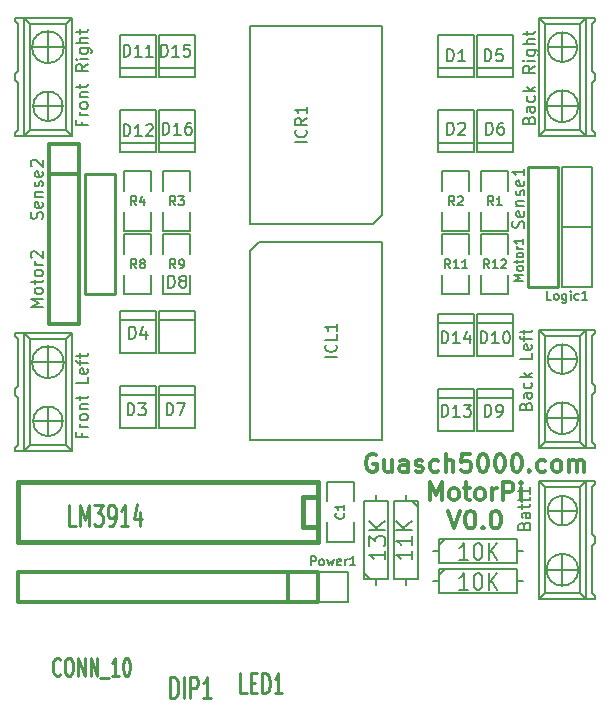
<source format=gto>
G04 (created by PCBNEW (2013-mar-13)-testing) date Thu 06 Mar 2014 12:46:27 CET*
%MOIN*%
G04 Gerber Fmt 3.4, Leading zero omitted, Abs format*
%FSLAX34Y34*%
G01*
G70*
G90*
G04 APERTURE LIST*
%ADD10C,0.005906*%
%ADD11C,0.011811*%
%ADD12C,0.015000*%
%ADD13C,0.005000*%
%ADD14C,0.012000*%
%ADD15C,0.006000*%
%ADD16C,0.008000*%
%ADD17C,0.010000*%
%ADD18C,0.011250*%
%ADD19C,0.010700*%
G04 APERTURE END LIST*
G54D10*
G54D11*
X40181Y-33604D02*
X40125Y-33576D01*
X40041Y-33576D01*
X39956Y-33604D01*
X39900Y-33660D01*
X39872Y-33717D01*
X39844Y-33829D01*
X39844Y-33914D01*
X39872Y-34026D01*
X39900Y-34082D01*
X39956Y-34139D01*
X40041Y-34167D01*
X40097Y-34167D01*
X40181Y-34139D01*
X40209Y-34110D01*
X40209Y-33914D01*
X40097Y-33914D01*
X40715Y-33773D02*
X40715Y-34167D01*
X40462Y-33773D02*
X40462Y-34082D01*
X40491Y-34139D01*
X40547Y-34167D01*
X40631Y-34167D01*
X40687Y-34139D01*
X40715Y-34110D01*
X41250Y-34167D02*
X41250Y-33857D01*
X41222Y-33801D01*
X41165Y-33773D01*
X41053Y-33773D01*
X40997Y-33801D01*
X41250Y-34139D02*
X41194Y-34167D01*
X41053Y-34167D01*
X40997Y-34139D01*
X40969Y-34082D01*
X40969Y-34026D01*
X40997Y-33970D01*
X41053Y-33942D01*
X41194Y-33942D01*
X41250Y-33914D01*
X41503Y-34139D02*
X41559Y-34167D01*
X41672Y-34167D01*
X41728Y-34139D01*
X41756Y-34082D01*
X41756Y-34054D01*
X41728Y-33998D01*
X41672Y-33970D01*
X41587Y-33970D01*
X41531Y-33942D01*
X41503Y-33885D01*
X41503Y-33857D01*
X41531Y-33801D01*
X41587Y-33773D01*
X41672Y-33773D01*
X41728Y-33801D01*
X42262Y-34139D02*
X42206Y-34167D01*
X42093Y-34167D01*
X42037Y-34139D01*
X42009Y-34110D01*
X41981Y-34054D01*
X41981Y-33885D01*
X42009Y-33829D01*
X42037Y-33801D01*
X42093Y-33773D01*
X42206Y-33773D01*
X42262Y-33801D01*
X42515Y-34167D02*
X42515Y-33576D01*
X42768Y-34167D02*
X42768Y-33857D01*
X42740Y-33801D01*
X42684Y-33773D01*
X42600Y-33773D01*
X42543Y-33801D01*
X42515Y-33829D01*
X43331Y-33576D02*
X43050Y-33576D01*
X43021Y-33857D01*
X43050Y-33829D01*
X43106Y-33801D01*
X43246Y-33801D01*
X43303Y-33829D01*
X43331Y-33857D01*
X43359Y-33914D01*
X43359Y-34054D01*
X43331Y-34110D01*
X43303Y-34139D01*
X43246Y-34167D01*
X43106Y-34167D01*
X43050Y-34139D01*
X43021Y-34110D01*
X43724Y-33576D02*
X43781Y-33576D01*
X43837Y-33604D01*
X43865Y-33632D01*
X43893Y-33689D01*
X43921Y-33801D01*
X43921Y-33942D01*
X43893Y-34054D01*
X43865Y-34110D01*
X43837Y-34139D01*
X43781Y-34167D01*
X43724Y-34167D01*
X43668Y-34139D01*
X43640Y-34110D01*
X43612Y-34054D01*
X43584Y-33942D01*
X43584Y-33801D01*
X43612Y-33689D01*
X43640Y-33632D01*
X43668Y-33604D01*
X43724Y-33576D01*
X44287Y-33576D02*
X44343Y-33576D01*
X44399Y-33604D01*
X44428Y-33632D01*
X44456Y-33689D01*
X44484Y-33801D01*
X44484Y-33942D01*
X44456Y-34054D01*
X44428Y-34110D01*
X44399Y-34139D01*
X44343Y-34167D01*
X44287Y-34167D01*
X44231Y-34139D01*
X44203Y-34110D01*
X44174Y-34054D01*
X44146Y-33942D01*
X44146Y-33801D01*
X44174Y-33689D01*
X44203Y-33632D01*
X44231Y-33604D01*
X44287Y-33576D01*
X44849Y-33576D02*
X44906Y-33576D01*
X44962Y-33604D01*
X44990Y-33632D01*
X45018Y-33689D01*
X45046Y-33801D01*
X45046Y-33942D01*
X45018Y-34054D01*
X44990Y-34110D01*
X44962Y-34139D01*
X44906Y-34167D01*
X44849Y-34167D01*
X44793Y-34139D01*
X44765Y-34110D01*
X44737Y-34054D01*
X44709Y-33942D01*
X44709Y-33801D01*
X44737Y-33689D01*
X44765Y-33632D01*
X44793Y-33604D01*
X44849Y-33576D01*
X45299Y-34110D02*
X45327Y-34139D01*
X45299Y-34167D01*
X45271Y-34139D01*
X45299Y-34110D01*
X45299Y-34167D01*
X45834Y-34139D02*
X45777Y-34167D01*
X45665Y-34167D01*
X45609Y-34139D01*
X45580Y-34110D01*
X45552Y-34054D01*
X45552Y-33885D01*
X45580Y-33829D01*
X45609Y-33801D01*
X45665Y-33773D01*
X45777Y-33773D01*
X45834Y-33801D01*
X46171Y-34167D02*
X46115Y-34139D01*
X46087Y-34110D01*
X46059Y-34054D01*
X46059Y-33885D01*
X46087Y-33829D01*
X46115Y-33801D01*
X46171Y-33773D01*
X46255Y-33773D01*
X46312Y-33801D01*
X46340Y-33829D01*
X46368Y-33885D01*
X46368Y-34054D01*
X46340Y-34110D01*
X46312Y-34139D01*
X46255Y-34167D01*
X46171Y-34167D01*
X46621Y-34167D02*
X46621Y-33773D01*
X46621Y-33829D02*
X46649Y-33801D01*
X46705Y-33773D01*
X46790Y-33773D01*
X46846Y-33801D01*
X46874Y-33857D01*
X46874Y-34167D01*
X46874Y-33857D02*
X46902Y-33801D01*
X46958Y-33773D01*
X47043Y-33773D01*
X47099Y-33801D01*
X47127Y-33857D01*
X47127Y-34167D01*
X41981Y-35112D02*
X41981Y-34521D01*
X42178Y-34943D01*
X42375Y-34521D01*
X42375Y-35112D01*
X42740Y-35112D02*
X42684Y-35083D01*
X42656Y-35055D01*
X42628Y-34999D01*
X42628Y-34830D01*
X42656Y-34774D01*
X42684Y-34746D01*
X42740Y-34718D01*
X42825Y-34718D01*
X42881Y-34746D01*
X42909Y-34774D01*
X42937Y-34830D01*
X42937Y-34999D01*
X42909Y-35055D01*
X42881Y-35083D01*
X42825Y-35112D01*
X42740Y-35112D01*
X43106Y-34718D02*
X43331Y-34718D01*
X43190Y-34521D02*
X43190Y-35027D01*
X43218Y-35083D01*
X43275Y-35112D01*
X43331Y-35112D01*
X43612Y-35112D02*
X43556Y-35083D01*
X43528Y-35055D01*
X43500Y-34999D01*
X43500Y-34830D01*
X43528Y-34774D01*
X43556Y-34746D01*
X43612Y-34718D01*
X43696Y-34718D01*
X43753Y-34746D01*
X43781Y-34774D01*
X43809Y-34830D01*
X43809Y-34999D01*
X43781Y-35055D01*
X43753Y-35083D01*
X43696Y-35112D01*
X43612Y-35112D01*
X44062Y-35112D02*
X44062Y-34718D01*
X44062Y-34830D02*
X44090Y-34774D01*
X44118Y-34746D01*
X44174Y-34718D01*
X44231Y-34718D01*
X44428Y-35112D02*
X44428Y-34521D01*
X44652Y-34521D01*
X44709Y-34549D01*
X44737Y-34577D01*
X44765Y-34633D01*
X44765Y-34718D01*
X44737Y-34774D01*
X44709Y-34802D01*
X44652Y-34830D01*
X44428Y-34830D01*
X45018Y-35112D02*
X45018Y-34718D01*
X45018Y-34521D02*
X44990Y-34549D01*
X45018Y-34577D01*
X45046Y-34549D01*
X45018Y-34521D01*
X45018Y-34577D01*
X42600Y-35466D02*
X42796Y-36056D01*
X42993Y-35466D01*
X43303Y-35466D02*
X43359Y-35466D01*
X43415Y-35494D01*
X43443Y-35522D01*
X43471Y-35578D01*
X43500Y-35691D01*
X43500Y-35831D01*
X43471Y-35944D01*
X43443Y-36000D01*
X43415Y-36028D01*
X43359Y-36056D01*
X43303Y-36056D01*
X43246Y-36028D01*
X43218Y-36000D01*
X43190Y-35944D01*
X43162Y-35831D01*
X43162Y-35691D01*
X43190Y-35578D01*
X43218Y-35522D01*
X43246Y-35494D01*
X43303Y-35466D01*
X43753Y-36000D02*
X43781Y-36028D01*
X43753Y-36056D01*
X43724Y-36028D01*
X43753Y-36000D01*
X43753Y-36056D01*
X44146Y-35466D02*
X44203Y-35466D01*
X44259Y-35494D01*
X44287Y-35522D01*
X44315Y-35578D01*
X44343Y-35691D01*
X44343Y-35831D01*
X44315Y-35944D01*
X44287Y-36000D01*
X44259Y-36028D01*
X44203Y-36056D01*
X44146Y-36056D01*
X44090Y-36028D01*
X44062Y-36000D01*
X44034Y-35944D01*
X44006Y-35831D01*
X44006Y-35691D01*
X44034Y-35578D01*
X44062Y-35522D01*
X44090Y-35494D01*
X44146Y-35466D01*
G54D10*
X42250Y-20700D02*
X43450Y-20700D01*
X42250Y-21000D02*
X42250Y-19600D01*
X42250Y-19600D02*
X43450Y-19600D01*
X43450Y-19600D02*
X43450Y-21000D01*
X43450Y-21000D02*
X42250Y-21000D01*
X42250Y-23200D02*
X43450Y-23200D01*
X42250Y-23500D02*
X42250Y-22100D01*
X42250Y-22100D02*
X43450Y-22100D01*
X43450Y-22100D02*
X43450Y-23500D01*
X43450Y-23500D02*
X42250Y-23500D01*
X32850Y-31600D02*
X31650Y-31600D01*
X32850Y-31300D02*
X32850Y-32700D01*
X32850Y-32700D02*
X31650Y-32700D01*
X31650Y-32700D02*
X31650Y-31300D01*
X31650Y-31300D02*
X32850Y-31300D01*
X32850Y-29100D02*
X31650Y-29100D01*
X32850Y-28800D02*
X32850Y-30200D01*
X32850Y-30200D02*
X31650Y-30200D01*
X31650Y-30200D02*
X31650Y-28800D01*
X31650Y-28800D02*
X32850Y-28800D01*
X43550Y-20700D02*
X44750Y-20700D01*
X43550Y-21000D02*
X43550Y-19600D01*
X43550Y-19600D02*
X44750Y-19600D01*
X44750Y-19600D02*
X44750Y-21000D01*
X44750Y-21000D02*
X43550Y-21000D01*
X43550Y-23200D02*
X44750Y-23200D01*
X43550Y-23500D02*
X43550Y-22100D01*
X43550Y-22100D02*
X44750Y-22100D01*
X44750Y-22100D02*
X44750Y-23500D01*
X44750Y-23500D02*
X43550Y-23500D01*
X34150Y-31600D02*
X32950Y-31600D01*
X34150Y-31300D02*
X34150Y-32700D01*
X34150Y-32700D02*
X32950Y-32700D01*
X32950Y-32700D02*
X32950Y-31300D01*
X32950Y-31300D02*
X34150Y-31300D01*
X34150Y-29100D02*
X32950Y-29100D01*
X34150Y-28800D02*
X34150Y-30200D01*
X34150Y-30200D02*
X32950Y-30200D01*
X32950Y-30200D02*
X32950Y-28800D01*
X32950Y-28800D02*
X34150Y-28800D01*
X44750Y-31700D02*
X43550Y-31700D01*
X44750Y-31400D02*
X44750Y-32800D01*
X44750Y-32800D02*
X43550Y-32800D01*
X43550Y-32800D02*
X43550Y-31400D01*
X43550Y-31400D02*
X44750Y-31400D01*
X44750Y-29200D02*
X43550Y-29200D01*
X44750Y-28900D02*
X44750Y-30300D01*
X44750Y-30300D02*
X43550Y-30300D01*
X43550Y-30300D02*
X43550Y-28900D01*
X43550Y-28900D02*
X44750Y-28900D01*
X31650Y-20700D02*
X32850Y-20700D01*
X31650Y-21000D02*
X31650Y-19600D01*
X31650Y-19600D02*
X32850Y-19600D01*
X32850Y-19600D02*
X32850Y-21000D01*
X32850Y-21000D02*
X31650Y-21000D01*
X31650Y-23200D02*
X32850Y-23200D01*
X31650Y-23500D02*
X31650Y-22100D01*
X31650Y-22100D02*
X32850Y-22100D01*
X32850Y-22100D02*
X32850Y-23500D01*
X32850Y-23500D02*
X31650Y-23500D01*
X43450Y-31700D02*
X42250Y-31700D01*
X43450Y-31400D02*
X43450Y-32800D01*
X43450Y-32800D02*
X42250Y-32800D01*
X42250Y-32800D02*
X42250Y-31400D01*
X42250Y-31400D02*
X43450Y-31400D01*
X43450Y-29200D02*
X42250Y-29200D01*
X43450Y-28900D02*
X43450Y-30300D01*
X43450Y-30300D02*
X42250Y-30300D01*
X42250Y-30300D02*
X42250Y-28900D01*
X42250Y-28900D02*
X43450Y-28900D01*
X32950Y-20700D02*
X34150Y-20700D01*
X32950Y-21000D02*
X32950Y-19600D01*
X32950Y-19600D02*
X34150Y-19600D01*
X34150Y-19600D02*
X34150Y-21000D01*
X34150Y-21000D02*
X32950Y-21000D01*
X32950Y-23200D02*
X34150Y-23200D01*
X32950Y-23500D02*
X32950Y-22100D01*
X32950Y-22100D02*
X34150Y-22100D01*
X34150Y-22100D02*
X34150Y-23500D01*
X34150Y-23500D02*
X32950Y-23500D01*
G54D12*
X38250Y-36000D02*
X37750Y-36000D01*
X37750Y-36000D02*
X37750Y-35000D01*
X37750Y-35000D02*
X38250Y-35000D01*
X38250Y-36500D02*
X28250Y-36500D01*
X28250Y-36500D02*
X28250Y-34500D01*
X28250Y-34500D02*
X38250Y-34500D01*
X38250Y-34500D02*
X38250Y-36500D01*
G54D10*
X40400Y-26500D02*
X40400Y-33100D01*
X40400Y-33100D02*
X36000Y-33100D01*
X36000Y-33100D02*
X36000Y-26800D01*
X36000Y-26800D02*
X36300Y-26500D01*
X36300Y-26500D02*
X40400Y-26500D01*
X36000Y-25900D02*
X36000Y-19300D01*
X36000Y-19300D02*
X40400Y-19300D01*
X40400Y-19300D02*
X40400Y-25600D01*
X40400Y-25600D02*
X40100Y-25900D01*
X40100Y-25900D02*
X36000Y-25900D01*
G54D13*
X43300Y-24150D02*
X42400Y-24150D01*
X42400Y-24150D02*
X42400Y-24800D01*
X43300Y-25500D02*
X43300Y-26150D01*
X43300Y-26150D02*
X42400Y-26150D01*
X42400Y-26150D02*
X42400Y-25500D01*
X43300Y-24800D02*
X43300Y-24150D01*
G54D14*
X38250Y-37500D02*
X38250Y-38500D01*
X38250Y-38500D02*
X28250Y-38500D01*
X28250Y-38500D02*
X28250Y-37500D01*
X28250Y-37500D02*
X38250Y-37500D01*
X37250Y-37500D02*
X37250Y-38500D01*
G54D15*
X47400Y-28000D02*
X46400Y-28000D01*
X46400Y-28000D02*
X46400Y-26000D01*
X46400Y-26000D02*
X47400Y-26000D01*
X47400Y-26000D02*
X47400Y-28000D01*
G54D13*
X34000Y-24150D02*
X33100Y-24150D01*
X33100Y-24150D02*
X33100Y-24800D01*
X34000Y-25500D02*
X34000Y-26150D01*
X34000Y-26150D02*
X33100Y-26150D01*
X33100Y-26150D02*
X33100Y-25500D01*
X34000Y-24800D02*
X34000Y-24150D01*
X33100Y-28250D02*
X34000Y-28250D01*
X34000Y-28250D02*
X34000Y-27600D01*
X33100Y-26900D02*
X33100Y-26250D01*
X33100Y-26250D02*
X34000Y-26250D01*
X34000Y-26250D02*
X34000Y-26900D01*
X33100Y-27600D02*
X33100Y-28250D01*
X42400Y-28250D02*
X43300Y-28250D01*
X43300Y-28250D02*
X43300Y-27600D01*
X42400Y-26900D02*
X42400Y-26250D01*
X42400Y-26250D02*
X43300Y-26250D01*
X43300Y-26250D02*
X43300Y-26900D01*
X42400Y-27600D02*
X42400Y-28250D01*
X43700Y-26150D02*
X44600Y-26150D01*
X44600Y-26150D02*
X44600Y-25500D01*
X43700Y-24800D02*
X43700Y-24150D01*
X43700Y-24150D02*
X44600Y-24150D01*
X44600Y-24150D02*
X44600Y-24800D01*
X43700Y-25500D02*
X43700Y-26150D01*
X31800Y-26150D02*
X32700Y-26150D01*
X32700Y-26150D02*
X32700Y-25500D01*
X31800Y-24800D02*
X31800Y-24150D01*
X31800Y-24150D02*
X32700Y-24150D01*
X32700Y-24150D02*
X32700Y-24800D01*
X31800Y-25500D02*
X31800Y-26150D01*
X44600Y-26250D02*
X43700Y-26250D01*
X43700Y-26250D02*
X43700Y-26900D01*
X44600Y-27600D02*
X44600Y-28250D01*
X44600Y-28250D02*
X43700Y-28250D01*
X43700Y-28250D02*
X43700Y-27600D01*
X44600Y-26900D02*
X44600Y-26250D01*
G54D16*
X42100Y-37800D02*
X42300Y-37800D01*
X45100Y-37800D02*
X44900Y-37800D01*
X44900Y-37800D02*
X44900Y-37400D01*
X44900Y-37400D02*
X42300Y-37400D01*
X42300Y-37400D02*
X42300Y-38200D01*
X42300Y-38200D02*
X44900Y-38200D01*
X44900Y-38200D02*
X44900Y-37800D01*
X42300Y-37600D02*
X42500Y-37400D01*
X42100Y-36800D02*
X42300Y-36800D01*
X45100Y-36800D02*
X44900Y-36800D01*
X44900Y-36800D02*
X44900Y-36400D01*
X44900Y-36400D02*
X42300Y-36400D01*
X42300Y-36400D02*
X42300Y-37200D01*
X42300Y-37200D02*
X44900Y-37200D01*
X44900Y-37200D02*
X44900Y-36800D01*
X42300Y-36600D02*
X42500Y-36400D01*
X41200Y-34950D02*
X41200Y-35150D01*
X41200Y-37950D02*
X41200Y-37750D01*
X41200Y-37750D02*
X41600Y-37750D01*
X41600Y-37750D02*
X41600Y-35150D01*
X41600Y-35150D02*
X40800Y-35150D01*
X40800Y-35150D02*
X40800Y-37750D01*
X40800Y-37750D02*
X41200Y-37750D01*
X41400Y-35150D02*
X41600Y-35350D01*
G54D13*
X32700Y-26250D02*
X31800Y-26250D01*
X31800Y-26250D02*
X31800Y-26900D01*
X32700Y-27600D02*
X32700Y-28250D01*
X32700Y-28250D02*
X31800Y-28250D01*
X31800Y-28250D02*
X31800Y-27600D01*
X32700Y-26900D02*
X32700Y-26250D01*
G54D16*
X40200Y-37950D02*
X40200Y-37750D01*
X40200Y-34950D02*
X40200Y-35150D01*
X40200Y-35150D02*
X39800Y-35150D01*
X39800Y-35150D02*
X39800Y-37750D01*
X39800Y-37750D02*
X40600Y-37750D01*
X40600Y-37750D02*
X40600Y-35150D01*
X40600Y-35150D02*
X40200Y-35150D01*
X40000Y-37750D02*
X39800Y-37550D01*
G54D10*
X29250Y-31007D02*
X29250Y-30023D01*
X29742Y-30515D02*
X28757Y-30515D01*
X29742Y-32484D02*
X28757Y-32484D01*
X29250Y-31992D02*
X29250Y-32976D01*
X29780Y-30515D02*
G75*
G03X29780Y-30515I-530J0D01*
G74*
G01*
X29742Y-32484D02*
G75*
G03X29742Y-32484I-492J0D01*
G74*
G01*
X28462Y-29531D02*
X28167Y-29531D01*
X28167Y-29531D02*
X28167Y-29629D01*
X28167Y-29629D02*
X28265Y-29728D01*
X28265Y-29728D02*
X28265Y-31303D01*
X28265Y-31303D02*
X28167Y-31401D01*
X28167Y-31401D02*
X28167Y-31598D01*
X28167Y-31598D02*
X28265Y-31696D01*
X28265Y-31696D02*
X28265Y-33271D01*
X28265Y-33271D02*
X28167Y-33370D01*
X28167Y-33370D02*
X28167Y-33468D01*
X28167Y-33468D02*
X28462Y-33468D01*
X28462Y-33468D02*
X28659Y-33271D01*
X28659Y-33271D02*
X29840Y-33271D01*
X29840Y-33271D02*
X30037Y-33468D01*
X30037Y-33468D02*
X29840Y-33271D01*
X29840Y-33271D02*
X29840Y-29728D01*
X29840Y-29728D02*
X30037Y-29531D01*
X30037Y-29531D02*
X29840Y-29728D01*
X29840Y-29728D02*
X28659Y-29728D01*
X28659Y-29728D02*
X28462Y-29531D01*
X28462Y-29531D02*
X28659Y-29728D01*
X28659Y-29728D02*
X28659Y-33271D01*
X30037Y-29531D02*
X30037Y-33468D01*
X30037Y-33468D02*
X28462Y-33468D01*
X28462Y-33468D02*
X28462Y-29531D01*
X28462Y-29531D02*
X30037Y-29531D01*
X46400Y-31892D02*
X46400Y-32876D01*
X45907Y-32384D02*
X46892Y-32384D01*
X45907Y-30415D02*
X46892Y-30415D01*
X46400Y-30907D02*
X46400Y-29923D01*
X46930Y-32384D02*
G75*
G03X46930Y-32384I-530J0D01*
G74*
G01*
X46892Y-30415D02*
G75*
G03X46892Y-30415I-492J0D01*
G74*
G01*
X47187Y-33368D02*
X47482Y-33368D01*
X47482Y-33368D02*
X47482Y-33270D01*
X47482Y-33270D02*
X47384Y-33171D01*
X47384Y-33171D02*
X47384Y-31596D01*
X47384Y-31596D02*
X47482Y-31498D01*
X47482Y-31498D02*
X47482Y-31301D01*
X47482Y-31301D02*
X47384Y-31203D01*
X47384Y-31203D02*
X47384Y-29628D01*
X47384Y-29628D02*
X47482Y-29529D01*
X47482Y-29529D02*
X47482Y-29431D01*
X47482Y-29431D02*
X47187Y-29431D01*
X47187Y-29431D02*
X46990Y-29628D01*
X46990Y-29628D02*
X45809Y-29628D01*
X45809Y-29628D02*
X45612Y-29431D01*
X45612Y-29431D02*
X45809Y-29628D01*
X45809Y-29628D02*
X45809Y-33171D01*
X45809Y-33171D02*
X45612Y-33368D01*
X45612Y-33368D02*
X45809Y-33171D01*
X45809Y-33171D02*
X46990Y-33171D01*
X46990Y-33171D02*
X47187Y-33368D01*
X47187Y-33368D02*
X46990Y-33171D01*
X46990Y-33171D02*
X46990Y-29628D01*
X45612Y-33368D02*
X45612Y-29431D01*
X45612Y-29431D02*
X47187Y-29431D01*
X47187Y-29431D02*
X47187Y-33368D01*
X47187Y-33368D02*
X45612Y-33368D01*
X46400Y-21492D02*
X46400Y-22476D01*
X45907Y-21984D02*
X46892Y-21984D01*
X45907Y-20015D02*
X46892Y-20015D01*
X46400Y-20507D02*
X46400Y-19523D01*
X46930Y-21984D02*
G75*
G03X46930Y-21984I-530J0D01*
G74*
G01*
X46892Y-20015D02*
G75*
G03X46892Y-20015I-492J0D01*
G74*
G01*
X47187Y-22968D02*
X47482Y-22968D01*
X47482Y-22968D02*
X47482Y-22870D01*
X47482Y-22870D02*
X47384Y-22771D01*
X47384Y-22771D02*
X47384Y-21196D01*
X47384Y-21196D02*
X47482Y-21098D01*
X47482Y-21098D02*
X47482Y-20901D01*
X47482Y-20901D02*
X47384Y-20803D01*
X47384Y-20803D02*
X47384Y-19228D01*
X47384Y-19228D02*
X47482Y-19129D01*
X47482Y-19129D02*
X47482Y-19031D01*
X47482Y-19031D02*
X47187Y-19031D01*
X47187Y-19031D02*
X46990Y-19228D01*
X46990Y-19228D02*
X45809Y-19228D01*
X45809Y-19228D02*
X45612Y-19031D01*
X45612Y-19031D02*
X45809Y-19228D01*
X45809Y-19228D02*
X45809Y-22771D01*
X45809Y-22771D02*
X45612Y-22968D01*
X45612Y-22968D02*
X45809Y-22771D01*
X45809Y-22771D02*
X46990Y-22771D01*
X46990Y-22771D02*
X47187Y-22968D01*
X47187Y-22968D02*
X46990Y-22771D01*
X46990Y-22771D02*
X46990Y-19228D01*
X45612Y-22968D02*
X45612Y-19031D01*
X45612Y-19031D02*
X47187Y-19031D01*
X47187Y-19031D02*
X47187Y-22968D01*
X47187Y-22968D02*
X45612Y-22968D01*
X29250Y-20507D02*
X29250Y-19523D01*
X29742Y-20015D02*
X28757Y-20015D01*
X29742Y-21984D02*
X28757Y-21984D01*
X29250Y-21492D02*
X29250Y-22476D01*
X29780Y-20015D02*
G75*
G03X29780Y-20015I-530J0D01*
G74*
G01*
X29742Y-21984D02*
G75*
G03X29742Y-21984I-492J0D01*
G74*
G01*
X28462Y-19031D02*
X28167Y-19031D01*
X28167Y-19031D02*
X28167Y-19129D01*
X28167Y-19129D02*
X28265Y-19228D01*
X28265Y-19228D02*
X28265Y-20803D01*
X28265Y-20803D02*
X28167Y-20901D01*
X28167Y-20901D02*
X28167Y-21098D01*
X28167Y-21098D02*
X28265Y-21196D01*
X28265Y-21196D02*
X28265Y-22771D01*
X28265Y-22771D02*
X28167Y-22870D01*
X28167Y-22870D02*
X28167Y-22968D01*
X28167Y-22968D02*
X28462Y-22968D01*
X28462Y-22968D02*
X28659Y-22771D01*
X28659Y-22771D02*
X29840Y-22771D01*
X29840Y-22771D02*
X30037Y-22968D01*
X30037Y-22968D02*
X29840Y-22771D01*
X29840Y-22771D02*
X29840Y-19228D01*
X29840Y-19228D02*
X30037Y-19031D01*
X30037Y-19031D02*
X29840Y-19228D01*
X29840Y-19228D02*
X28659Y-19228D01*
X28659Y-19228D02*
X28462Y-19031D01*
X28462Y-19031D02*
X28659Y-19228D01*
X28659Y-19228D02*
X28659Y-22771D01*
X30037Y-19031D02*
X30037Y-22968D01*
X30037Y-22968D02*
X28462Y-22968D01*
X28462Y-22968D02*
X28462Y-19031D01*
X28462Y-19031D02*
X30037Y-19031D01*
G54D15*
X46400Y-24000D02*
X47400Y-24000D01*
X47400Y-24000D02*
X47400Y-26000D01*
X47400Y-26000D02*
X46400Y-26000D01*
X46400Y-26000D02*
X46400Y-24000D01*
G54D14*
X29300Y-23250D02*
X30300Y-23250D01*
X30300Y-23250D02*
X30300Y-29250D01*
X30300Y-29250D02*
X29300Y-29250D01*
X29300Y-29250D02*
X29300Y-23250D01*
X29300Y-24250D02*
X30300Y-24250D01*
G54D17*
X45250Y-28000D02*
X45250Y-24000D01*
X46250Y-28000D02*
X46250Y-24000D01*
X46250Y-24000D02*
X45250Y-24000D01*
X45250Y-28000D02*
X46250Y-28000D01*
X31500Y-24250D02*
X31500Y-28250D01*
X30500Y-24250D02*
X30500Y-28250D01*
X30500Y-28250D02*
X31500Y-28250D01*
X31500Y-24250D02*
X30500Y-24250D01*
G54D13*
X39450Y-34500D02*
X38550Y-34500D01*
X38550Y-34500D02*
X38550Y-35150D01*
X39450Y-35850D02*
X39450Y-36500D01*
X39450Y-36500D02*
X38550Y-36500D01*
X38550Y-36500D02*
X38550Y-35850D01*
X39450Y-35150D02*
X39450Y-34500D01*
G54D10*
X46400Y-36942D02*
X46400Y-37926D01*
X45907Y-37434D02*
X46892Y-37434D01*
X45907Y-35465D02*
X46892Y-35465D01*
X46400Y-35957D02*
X46400Y-34973D01*
X46930Y-37434D02*
G75*
G03X46930Y-37434I-530J0D01*
G74*
G01*
X46892Y-35465D02*
G75*
G03X46892Y-35465I-492J0D01*
G74*
G01*
X47187Y-38418D02*
X47482Y-38418D01*
X47482Y-38418D02*
X47482Y-38320D01*
X47482Y-38320D02*
X47384Y-38221D01*
X47384Y-38221D02*
X47384Y-36646D01*
X47384Y-36646D02*
X47482Y-36548D01*
X47482Y-36548D02*
X47482Y-36351D01*
X47482Y-36351D02*
X47384Y-36253D01*
X47384Y-36253D02*
X47384Y-34678D01*
X47384Y-34678D02*
X47482Y-34579D01*
X47482Y-34579D02*
X47482Y-34481D01*
X47482Y-34481D02*
X47187Y-34481D01*
X47187Y-34481D02*
X46990Y-34678D01*
X46990Y-34678D02*
X45809Y-34678D01*
X45809Y-34678D02*
X45612Y-34481D01*
X45612Y-34481D02*
X45809Y-34678D01*
X45809Y-34678D02*
X45809Y-38221D01*
X45809Y-38221D02*
X45612Y-38418D01*
X45612Y-38418D02*
X45809Y-38221D01*
X45809Y-38221D02*
X46990Y-38221D01*
X46990Y-38221D02*
X47187Y-38418D01*
X47187Y-38418D02*
X46990Y-38221D01*
X46990Y-38221D02*
X46990Y-34678D01*
X45612Y-38418D02*
X45612Y-34481D01*
X45612Y-34481D02*
X47187Y-34481D01*
X47187Y-34481D02*
X47187Y-38418D01*
X47187Y-38418D02*
X45612Y-38418D01*
G54D15*
X39250Y-38500D02*
X38250Y-38500D01*
X38250Y-37500D02*
X39250Y-37500D01*
X38250Y-38500D02*
X38250Y-37500D01*
X39250Y-37500D02*
X39250Y-38500D01*
G54D10*
X42559Y-20478D02*
X42559Y-20084D01*
X42653Y-20084D01*
X42709Y-20103D01*
X42746Y-20140D01*
X42765Y-20178D01*
X42784Y-20253D01*
X42784Y-20309D01*
X42765Y-20384D01*
X42746Y-20421D01*
X42709Y-20459D01*
X42653Y-20478D01*
X42559Y-20478D01*
X43159Y-20478D02*
X42934Y-20478D01*
X43046Y-20478D02*
X43046Y-20084D01*
X43009Y-20140D01*
X42971Y-20178D01*
X42934Y-20196D01*
X42559Y-22928D02*
X42559Y-22534D01*
X42653Y-22534D01*
X42709Y-22553D01*
X42746Y-22590D01*
X42765Y-22628D01*
X42784Y-22703D01*
X42784Y-22759D01*
X42765Y-22834D01*
X42746Y-22871D01*
X42709Y-22909D01*
X42653Y-22928D01*
X42559Y-22928D01*
X42934Y-22571D02*
X42953Y-22553D01*
X42990Y-22534D01*
X43084Y-22534D01*
X43121Y-22553D01*
X43140Y-22571D01*
X43159Y-22609D01*
X43159Y-22646D01*
X43140Y-22703D01*
X42915Y-22928D01*
X43159Y-22928D01*
X31909Y-32278D02*
X31909Y-31884D01*
X32003Y-31884D01*
X32059Y-31903D01*
X32096Y-31940D01*
X32115Y-31978D01*
X32134Y-32053D01*
X32134Y-32109D01*
X32115Y-32184D01*
X32096Y-32221D01*
X32059Y-32259D01*
X32003Y-32278D01*
X31909Y-32278D01*
X32265Y-31884D02*
X32509Y-31884D01*
X32378Y-32034D01*
X32434Y-32034D01*
X32471Y-32053D01*
X32490Y-32071D01*
X32509Y-32109D01*
X32509Y-32203D01*
X32490Y-32240D01*
X32471Y-32259D01*
X32434Y-32278D01*
X32321Y-32278D01*
X32284Y-32259D01*
X32265Y-32240D01*
X31959Y-29728D02*
X31959Y-29334D01*
X32053Y-29334D01*
X32109Y-29353D01*
X32146Y-29390D01*
X32165Y-29428D01*
X32184Y-29503D01*
X32184Y-29559D01*
X32165Y-29634D01*
X32146Y-29671D01*
X32109Y-29709D01*
X32053Y-29728D01*
X31959Y-29728D01*
X32521Y-29465D02*
X32521Y-29728D01*
X32428Y-29315D02*
X32334Y-29596D01*
X32578Y-29596D01*
X43809Y-20478D02*
X43809Y-20084D01*
X43903Y-20084D01*
X43959Y-20103D01*
X43996Y-20140D01*
X44015Y-20178D01*
X44034Y-20253D01*
X44034Y-20309D01*
X44015Y-20384D01*
X43996Y-20421D01*
X43959Y-20459D01*
X43903Y-20478D01*
X43809Y-20478D01*
X44390Y-20084D02*
X44203Y-20084D01*
X44184Y-20271D01*
X44203Y-20253D01*
X44240Y-20234D01*
X44334Y-20234D01*
X44371Y-20253D01*
X44390Y-20271D01*
X44409Y-20309D01*
X44409Y-20403D01*
X44390Y-20440D01*
X44371Y-20459D01*
X44334Y-20478D01*
X44240Y-20478D01*
X44203Y-20459D01*
X44184Y-20440D01*
X43859Y-22928D02*
X43859Y-22534D01*
X43953Y-22534D01*
X44009Y-22553D01*
X44046Y-22590D01*
X44065Y-22628D01*
X44084Y-22703D01*
X44084Y-22759D01*
X44065Y-22834D01*
X44046Y-22871D01*
X44009Y-22909D01*
X43953Y-22928D01*
X43859Y-22928D01*
X44421Y-22534D02*
X44346Y-22534D01*
X44309Y-22553D01*
X44290Y-22571D01*
X44253Y-22628D01*
X44234Y-22703D01*
X44234Y-22853D01*
X44253Y-22890D01*
X44271Y-22909D01*
X44309Y-22928D01*
X44384Y-22928D01*
X44421Y-22909D01*
X44440Y-22890D01*
X44459Y-22853D01*
X44459Y-22759D01*
X44440Y-22721D01*
X44421Y-22703D01*
X44384Y-22684D01*
X44309Y-22684D01*
X44271Y-22703D01*
X44253Y-22721D01*
X44234Y-22759D01*
X33209Y-32278D02*
X33209Y-31884D01*
X33303Y-31884D01*
X33359Y-31903D01*
X33396Y-31940D01*
X33415Y-31978D01*
X33434Y-32053D01*
X33434Y-32109D01*
X33415Y-32184D01*
X33396Y-32221D01*
X33359Y-32259D01*
X33303Y-32278D01*
X33209Y-32278D01*
X33565Y-31884D02*
X33828Y-31884D01*
X33659Y-32278D01*
X33259Y-28028D02*
X33259Y-27634D01*
X33353Y-27634D01*
X33409Y-27653D01*
X33446Y-27690D01*
X33465Y-27728D01*
X33484Y-27803D01*
X33484Y-27859D01*
X33465Y-27934D01*
X33446Y-27971D01*
X33409Y-28009D01*
X33353Y-28028D01*
X33259Y-28028D01*
X33709Y-27803D02*
X33671Y-27784D01*
X33653Y-27765D01*
X33634Y-27728D01*
X33634Y-27709D01*
X33653Y-27671D01*
X33671Y-27653D01*
X33709Y-27634D01*
X33784Y-27634D01*
X33821Y-27653D01*
X33840Y-27671D01*
X33859Y-27709D01*
X33859Y-27728D01*
X33840Y-27765D01*
X33821Y-27784D01*
X33784Y-27803D01*
X33709Y-27803D01*
X33671Y-27821D01*
X33653Y-27840D01*
X33634Y-27878D01*
X33634Y-27953D01*
X33653Y-27990D01*
X33671Y-28009D01*
X33709Y-28028D01*
X33784Y-28028D01*
X33821Y-28009D01*
X33840Y-27990D01*
X33859Y-27953D01*
X33859Y-27878D01*
X33840Y-27840D01*
X33821Y-27821D01*
X33784Y-27803D01*
X43809Y-32328D02*
X43809Y-31934D01*
X43903Y-31934D01*
X43959Y-31953D01*
X43996Y-31990D01*
X44015Y-32028D01*
X44034Y-32103D01*
X44034Y-32159D01*
X44015Y-32234D01*
X43996Y-32271D01*
X43959Y-32309D01*
X43903Y-32328D01*
X43809Y-32328D01*
X44221Y-32328D02*
X44296Y-32328D01*
X44334Y-32309D01*
X44353Y-32290D01*
X44390Y-32234D01*
X44409Y-32159D01*
X44409Y-32009D01*
X44390Y-31971D01*
X44371Y-31953D01*
X44334Y-31934D01*
X44259Y-31934D01*
X44221Y-31953D01*
X44203Y-31971D01*
X44184Y-32009D01*
X44184Y-32103D01*
X44203Y-32140D01*
X44221Y-32159D01*
X44259Y-32178D01*
X44334Y-32178D01*
X44371Y-32159D01*
X44390Y-32140D01*
X44409Y-32103D01*
X43671Y-29878D02*
X43671Y-29484D01*
X43765Y-29484D01*
X43821Y-29503D01*
X43859Y-29540D01*
X43878Y-29578D01*
X43896Y-29653D01*
X43896Y-29709D01*
X43878Y-29784D01*
X43859Y-29821D01*
X43821Y-29859D01*
X43765Y-29878D01*
X43671Y-29878D01*
X44271Y-29878D02*
X44046Y-29878D01*
X44159Y-29878D02*
X44159Y-29484D01*
X44121Y-29540D01*
X44084Y-29578D01*
X44046Y-29596D01*
X44515Y-29484D02*
X44553Y-29484D01*
X44590Y-29503D01*
X44609Y-29521D01*
X44628Y-29559D01*
X44646Y-29634D01*
X44646Y-29728D01*
X44628Y-29803D01*
X44609Y-29840D01*
X44590Y-29859D01*
X44553Y-29878D01*
X44515Y-29878D01*
X44478Y-29859D01*
X44459Y-29840D01*
X44440Y-29803D01*
X44421Y-29728D01*
X44421Y-29634D01*
X44440Y-29559D01*
X44459Y-29521D01*
X44478Y-29503D01*
X44515Y-29484D01*
X31771Y-20328D02*
X31771Y-19934D01*
X31865Y-19934D01*
X31921Y-19953D01*
X31959Y-19990D01*
X31978Y-20028D01*
X31996Y-20103D01*
X31996Y-20159D01*
X31978Y-20234D01*
X31959Y-20271D01*
X31921Y-20309D01*
X31865Y-20328D01*
X31771Y-20328D01*
X32371Y-20328D02*
X32146Y-20328D01*
X32259Y-20328D02*
X32259Y-19934D01*
X32221Y-19990D01*
X32184Y-20028D01*
X32146Y-20046D01*
X32746Y-20328D02*
X32521Y-20328D01*
X32634Y-20328D02*
X32634Y-19934D01*
X32596Y-19990D01*
X32559Y-20028D01*
X32521Y-20046D01*
X31771Y-22978D02*
X31771Y-22584D01*
X31865Y-22584D01*
X31921Y-22603D01*
X31959Y-22640D01*
X31978Y-22678D01*
X31996Y-22753D01*
X31996Y-22809D01*
X31978Y-22884D01*
X31959Y-22921D01*
X31921Y-22959D01*
X31865Y-22978D01*
X31771Y-22978D01*
X32371Y-22978D02*
X32146Y-22978D01*
X32259Y-22978D02*
X32259Y-22584D01*
X32221Y-22640D01*
X32184Y-22678D01*
X32146Y-22696D01*
X32521Y-22621D02*
X32540Y-22603D01*
X32578Y-22584D01*
X32671Y-22584D01*
X32709Y-22603D01*
X32728Y-22621D01*
X32746Y-22659D01*
X32746Y-22696D01*
X32728Y-22753D01*
X32503Y-22978D01*
X32746Y-22978D01*
X42371Y-32328D02*
X42371Y-31934D01*
X42465Y-31934D01*
X42521Y-31953D01*
X42559Y-31990D01*
X42578Y-32028D01*
X42596Y-32103D01*
X42596Y-32159D01*
X42578Y-32234D01*
X42559Y-32271D01*
X42521Y-32309D01*
X42465Y-32328D01*
X42371Y-32328D01*
X42971Y-32328D02*
X42746Y-32328D01*
X42859Y-32328D02*
X42859Y-31934D01*
X42821Y-31990D01*
X42784Y-32028D01*
X42746Y-32046D01*
X43103Y-31934D02*
X43346Y-31934D01*
X43215Y-32084D01*
X43271Y-32084D01*
X43309Y-32103D01*
X43328Y-32121D01*
X43346Y-32159D01*
X43346Y-32253D01*
X43328Y-32290D01*
X43309Y-32309D01*
X43271Y-32328D01*
X43159Y-32328D01*
X43121Y-32309D01*
X43103Y-32290D01*
X42371Y-29878D02*
X42371Y-29484D01*
X42465Y-29484D01*
X42521Y-29503D01*
X42559Y-29540D01*
X42578Y-29578D01*
X42596Y-29653D01*
X42596Y-29709D01*
X42578Y-29784D01*
X42559Y-29821D01*
X42521Y-29859D01*
X42465Y-29878D01*
X42371Y-29878D01*
X42971Y-29878D02*
X42746Y-29878D01*
X42859Y-29878D02*
X42859Y-29484D01*
X42821Y-29540D01*
X42784Y-29578D01*
X42746Y-29596D01*
X43309Y-29615D02*
X43309Y-29878D01*
X43215Y-29465D02*
X43121Y-29746D01*
X43365Y-29746D01*
X33021Y-20328D02*
X33021Y-19934D01*
X33115Y-19934D01*
X33171Y-19953D01*
X33209Y-19990D01*
X33228Y-20028D01*
X33246Y-20103D01*
X33246Y-20159D01*
X33228Y-20234D01*
X33209Y-20271D01*
X33171Y-20309D01*
X33115Y-20328D01*
X33021Y-20328D01*
X33621Y-20328D02*
X33396Y-20328D01*
X33509Y-20328D02*
X33509Y-19934D01*
X33471Y-19990D01*
X33434Y-20028D01*
X33396Y-20046D01*
X33978Y-19934D02*
X33790Y-19934D01*
X33771Y-20121D01*
X33790Y-20103D01*
X33828Y-20084D01*
X33921Y-20084D01*
X33959Y-20103D01*
X33978Y-20121D01*
X33996Y-20159D01*
X33996Y-20253D01*
X33978Y-20290D01*
X33959Y-20309D01*
X33921Y-20328D01*
X33828Y-20328D01*
X33790Y-20309D01*
X33771Y-20290D01*
X33071Y-22928D02*
X33071Y-22534D01*
X33165Y-22534D01*
X33221Y-22553D01*
X33259Y-22590D01*
X33278Y-22628D01*
X33296Y-22703D01*
X33296Y-22759D01*
X33278Y-22834D01*
X33259Y-22871D01*
X33221Y-22909D01*
X33165Y-22928D01*
X33071Y-22928D01*
X33671Y-22928D02*
X33446Y-22928D01*
X33559Y-22928D02*
X33559Y-22534D01*
X33521Y-22590D01*
X33484Y-22628D01*
X33446Y-22646D01*
X34009Y-22534D02*
X33934Y-22534D01*
X33896Y-22553D01*
X33878Y-22571D01*
X33840Y-22628D01*
X33821Y-22703D01*
X33821Y-22853D01*
X33840Y-22890D01*
X33859Y-22909D01*
X33896Y-22928D01*
X33971Y-22928D01*
X34009Y-22909D01*
X34028Y-22890D01*
X34046Y-22853D01*
X34046Y-22759D01*
X34028Y-22721D01*
X34009Y-22703D01*
X33971Y-22684D01*
X33896Y-22684D01*
X33859Y-22703D01*
X33840Y-22721D01*
X33821Y-22759D01*
G54D18*
X33335Y-41716D02*
X33335Y-41016D01*
X33442Y-41016D01*
X33507Y-41050D01*
X33550Y-41116D01*
X33571Y-41183D01*
X33592Y-41316D01*
X33592Y-41416D01*
X33571Y-41550D01*
X33550Y-41616D01*
X33507Y-41683D01*
X33442Y-41716D01*
X33335Y-41716D01*
X33785Y-41716D02*
X33785Y-41016D01*
X34000Y-41716D02*
X34000Y-41016D01*
X34171Y-41016D01*
X34214Y-41050D01*
X34235Y-41083D01*
X34257Y-41150D01*
X34257Y-41250D01*
X34235Y-41316D01*
X34214Y-41350D01*
X34171Y-41383D01*
X34000Y-41383D01*
X34685Y-41716D02*
X34428Y-41716D01*
X34557Y-41716D02*
X34557Y-41016D01*
X34514Y-41116D01*
X34471Y-41183D01*
X34428Y-41216D01*
G54D14*
G54D18*
X30175Y-35966D02*
X29960Y-35966D01*
X29960Y-35266D01*
X30325Y-35966D02*
X30325Y-35266D01*
X30475Y-35766D01*
X30625Y-35266D01*
X30625Y-35966D01*
X30796Y-35266D02*
X31075Y-35266D01*
X30925Y-35533D01*
X30989Y-35533D01*
X31032Y-35566D01*
X31053Y-35600D01*
X31075Y-35666D01*
X31075Y-35833D01*
X31053Y-35900D01*
X31032Y-35933D01*
X30989Y-35966D01*
X30860Y-35966D01*
X30817Y-35933D01*
X30796Y-35900D01*
X31289Y-35966D02*
X31375Y-35966D01*
X31417Y-35933D01*
X31439Y-35900D01*
X31482Y-35800D01*
X31503Y-35666D01*
X31503Y-35400D01*
X31482Y-35333D01*
X31460Y-35300D01*
X31417Y-35266D01*
X31332Y-35266D01*
X31289Y-35300D01*
X31267Y-35333D01*
X31246Y-35400D01*
X31246Y-35566D01*
X31267Y-35633D01*
X31289Y-35666D01*
X31332Y-35700D01*
X31417Y-35700D01*
X31460Y-35666D01*
X31482Y-35633D01*
X31503Y-35566D01*
X31932Y-35966D02*
X31675Y-35966D01*
X31803Y-35966D02*
X31803Y-35266D01*
X31760Y-35366D01*
X31717Y-35433D01*
X31675Y-35466D01*
X32317Y-35500D02*
X32317Y-35966D01*
X32210Y-35233D02*
X32103Y-35733D01*
X32382Y-35733D01*
G54D14*
G54D10*
X38878Y-30343D02*
X38484Y-30343D01*
X38840Y-29931D02*
X38859Y-29949D01*
X38878Y-30006D01*
X38878Y-30043D01*
X38859Y-30099D01*
X38821Y-30137D01*
X38784Y-30156D01*
X38709Y-30174D01*
X38653Y-30174D01*
X38578Y-30156D01*
X38540Y-30137D01*
X38503Y-30099D01*
X38484Y-30043D01*
X38484Y-30006D01*
X38503Y-29949D01*
X38521Y-29931D01*
X38878Y-29575D02*
X38878Y-29762D01*
X38484Y-29762D01*
X38878Y-29237D02*
X38878Y-29462D01*
X38878Y-29350D02*
X38484Y-29350D01*
X38540Y-29387D01*
X38578Y-29425D01*
X38596Y-29462D01*
X37878Y-23181D02*
X37484Y-23181D01*
X37840Y-22768D02*
X37859Y-22787D01*
X37878Y-22843D01*
X37878Y-22881D01*
X37859Y-22937D01*
X37821Y-22974D01*
X37784Y-22993D01*
X37709Y-23012D01*
X37653Y-23012D01*
X37578Y-22993D01*
X37540Y-22974D01*
X37503Y-22937D01*
X37484Y-22881D01*
X37484Y-22843D01*
X37503Y-22787D01*
X37521Y-22768D01*
X37878Y-22375D02*
X37690Y-22506D01*
X37878Y-22600D02*
X37484Y-22600D01*
X37484Y-22450D01*
X37503Y-22412D01*
X37521Y-22393D01*
X37559Y-22375D01*
X37615Y-22375D01*
X37653Y-22393D01*
X37671Y-22412D01*
X37690Y-22450D01*
X37690Y-22600D01*
X37878Y-22000D02*
X37878Y-22225D01*
X37878Y-22112D02*
X37484Y-22112D01*
X37540Y-22150D01*
X37578Y-22187D01*
X37596Y-22225D01*
G54D13*
X42800Y-25285D02*
X42700Y-25142D01*
X42628Y-25285D02*
X42628Y-24985D01*
X42742Y-24985D01*
X42771Y-25000D01*
X42785Y-25014D01*
X42800Y-25042D01*
X42800Y-25085D01*
X42785Y-25114D01*
X42771Y-25128D01*
X42742Y-25142D01*
X42628Y-25142D01*
X42914Y-25014D02*
X42928Y-25000D01*
X42957Y-24985D01*
X43028Y-24985D01*
X43057Y-25000D01*
X43071Y-25014D01*
X43085Y-25042D01*
X43085Y-25071D01*
X43071Y-25114D01*
X42900Y-25285D01*
X43085Y-25285D01*
G54D19*
X35871Y-41558D02*
X35667Y-41558D01*
X35667Y-40877D01*
X36013Y-41201D02*
X36156Y-41201D01*
X36217Y-41558D02*
X36013Y-41558D01*
X36013Y-40877D01*
X36217Y-40877D01*
X36400Y-41558D02*
X36400Y-40877D01*
X36502Y-40877D01*
X36564Y-40909D01*
X36604Y-40974D01*
X36625Y-41039D01*
X36645Y-41168D01*
X36645Y-41266D01*
X36625Y-41395D01*
X36604Y-41460D01*
X36564Y-41525D01*
X36502Y-41558D01*
X36400Y-41558D01*
X37053Y-41558D02*
X36808Y-41558D01*
X36930Y-41558D02*
X36930Y-40877D01*
X36890Y-40974D01*
X36849Y-41039D01*
X36808Y-41071D01*
G54D14*
G54D17*
X29661Y-40914D02*
X29642Y-40942D01*
X29585Y-40971D01*
X29547Y-40971D01*
X29490Y-40942D01*
X29452Y-40885D01*
X29433Y-40828D01*
X29414Y-40714D01*
X29414Y-40628D01*
X29433Y-40514D01*
X29452Y-40457D01*
X29490Y-40400D01*
X29547Y-40371D01*
X29585Y-40371D01*
X29642Y-40400D01*
X29661Y-40428D01*
X29909Y-40371D02*
X29985Y-40371D01*
X30023Y-40400D01*
X30061Y-40457D01*
X30080Y-40571D01*
X30080Y-40771D01*
X30061Y-40885D01*
X30023Y-40942D01*
X29985Y-40971D01*
X29909Y-40971D01*
X29871Y-40942D01*
X29833Y-40885D01*
X29814Y-40771D01*
X29814Y-40571D01*
X29833Y-40457D01*
X29871Y-40400D01*
X29909Y-40371D01*
X30252Y-40971D02*
X30252Y-40371D01*
X30480Y-40971D01*
X30480Y-40371D01*
X30671Y-40971D02*
X30671Y-40371D01*
X30900Y-40971D01*
X30900Y-40371D01*
X30995Y-41028D02*
X31300Y-41028D01*
X31604Y-40971D02*
X31376Y-40971D01*
X31490Y-40971D02*
X31490Y-40371D01*
X31452Y-40457D01*
X31414Y-40514D01*
X31376Y-40542D01*
X31852Y-40371D02*
X31890Y-40371D01*
X31928Y-40400D01*
X31947Y-40428D01*
X31966Y-40485D01*
X31985Y-40600D01*
X31985Y-40742D01*
X31966Y-40857D01*
X31947Y-40914D01*
X31928Y-40942D01*
X31890Y-40971D01*
X31852Y-40971D01*
X31814Y-40942D01*
X31795Y-40914D01*
X31776Y-40857D01*
X31757Y-40742D01*
X31757Y-40600D01*
X31776Y-40485D01*
X31795Y-40428D01*
X31814Y-40400D01*
X31852Y-40371D01*
G54D14*
G54D15*
X46028Y-28435D02*
X45885Y-28435D01*
X45885Y-28135D01*
X46171Y-28435D02*
X46142Y-28421D01*
X46128Y-28407D01*
X46114Y-28378D01*
X46114Y-28292D01*
X46128Y-28264D01*
X46142Y-28250D01*
X46171Y-28235D01*
X46214Y-28235D01*
X46242Y-28250D01*
X46257Y-28264D01*
X46271Y-28292D01*
X46271Y-28378D01*
X46257Y-28407D01*
X46242Y-28421D01*
X46214Y-28435D01*
X46171Y-28435D01*
X46528Y-28235D02*
X46528Y-28478D01*
X46514Y-28507D01*
X46500Y-28521D01*
X46471Y-28535D01*
X46428Y-28535D01*
X46400Y-28521D01*
X46528Y-28421D02*
X46500Y-28435D01*
X46442Y-28435D01*
X46414Y-28421D01*
X46400Y-28407D01*
X46385Y-28378D01*
X46385Y-28292D01*
X46400Y-28264D01*
X46414Y-28250D01*
X46442Y-28235D01*
X46500Y-28235D01*
X46528Y-28250D01*
X46671Y-28435D02*
X46671Y-28235D01*
X46671Y-28135D02*
X46657Y-28150D01*
X46671Y-28164D01*
X46685Y-28150D01*
X46671Y-28135D01*
X46671Y-28164D01*
X46942Y-28421D02*
X46914Y-28435D01*
X46857Y-28435D01*
X46828Y-28421D01*
X46814Y-28407D01*
X46800Y-28378D01*
X46800Y-28292D01*
X46814Y-28264D01*
X46828Y-28250D01*
X46857Y-28235D01*
X46914Y-28235D01*
X46942Y-28250D01*
X47228Y-28435D02*
X47057Y-28435D01*
X47142Y-28435D02*
X47142Y-28135D01*
X47114Y-28178D01*
X47085Y-28207D01*
X47057Y-28221D01*
G54D13*
X33500Y-25285D02*
X33400Y-25142D01*
X33328Y-25285D02*
X33328Y-24985D01*
X33442Y-24985D01*
X33471Y-25000D01*
X33485Y-25014D01*
X33500Y-25042D01*
X33500Y-25085D01*
X33485Y-25114D01*
X33471Y-25128D01*
X33442Y-25142D01*
X33328Y-25142D01*
X33600Y-24985D02*
X33785Y-24985D01*
X33685Y-25100D01*
X33728Y-25100D01*
X33757Y-25114D01*
X33771Y-25128D01*
X33785Y-25157D01*
X33785Y-25228D01*
X33771Y-25257D01*
X33757Y-25271D01*
X33728Y-25285D01*
X33642Y-25285D01*
X33614Y-25271D01*
X33600Y-25257D01*
X33500Y-27385D02*
X33400Y-27242D01*
X33328Y-27385D02*
X33328Y-27085D01*
X33442Y-27085D01*
X33471Y-27100D01*
X33485Y-27114D01*
X33500Y-27142D01*
X33500Y-27185D01*
X33485Y-27214D01*
X33471Y-27228D01*
X33442Y-27242D01*
X33328Y-27242D01*
X33642Y-27385D02*
X33700Y-27385D01*
X33728Y-27371D01*
X33742Y-27357D01*
X33771Y-27314D01*
X33785Y-27257D01*
X33785Y-27142D01*
X33771Y-27114D01*
X33757Y-27100D01*
X33728Y-27085D01*
X33671Y-27085D01*
X33642Y-27100D01*
X33628Y-27114D01*
X33614Y-27142D01*
X33614Y-27214D01*
X33628Y-27242D01*
X33642Y-27257D01*
X33671Y-27271D01*
X33728Y-27271D01*
X33757Y-27257D01*
X33771Y-27242D01*
X33785Y-27214D01*
X42657Y-27385D02*
X42557Y-27242D01*
X42485Y-27385D02*
X42485Y-27085D01*
X42600Y-27085D01*
X42628Y-27100D01*
X42642Y-27114D01*
X42657Y-27142D01*
X42657Y-27185D01*
X42642Y-27214D01*
X42628Y-27228D01*
X42600Y-27242D01*
X42485Y-27242D01*
X42942Y-27385D02*
X42771Y-27385D01*
X42857Y-27385D02*
X42857Y-27085D01*
X42828Y-27128D01*
X42800Y-27157D01*
X42771Y-27171D01*
X43228Y-27385D02*
X43057Y-27385D01*
X43142Y-27385D02*
X43142Y-27085D01*
X43114Y-27128D01*
X43085Y-27157D01*
X43057Y-27171D01*
X44100Y-25285D02*
X44000Y-25142D01*
X43928Y-25285D02*
X43928Y-24985D01*
X44042Y-24985D01*
X44071Y-25000D01*
X44085Y-25014D01*
X44100Y-25042D01*
X44100Y-25085D01*
X44085Y-25114D01*
X44071Y-25128D01*
X44042Y-25142D01*
X43928Y-25142D01*
X44385Y-25285D02*
X44214Y-25285D01*
X44300Y-25285D02*
X44300Y-24985D01*
X44271Y-25028D01*
X44242Y-25057D01*
X44214Y-25071D01*
X32200Y-25285D02*
X32100Y-25142D01*
X32028Y-25285D02*
X32028Y-24985D01*
X32142Y-24985D01*
X32171Y-25000D01*
X32185Y-25014D01*
X32200Y-25042D01*
X32200Y-25085D01*
X32185Y-25114D01*
X32171Y-25128D01*
X32142Y-25142D01*
X32028Y-25142D01*
X32457Y-25085D02*
X32457Y-25285D01*
X32385Y-24971D02*
X32314Y-25185D01*
X32500Y-25185D01*
X43957Y-27385D02*
X43857Y-27242D01*
X43785Y-27385D02*
X43785Y-27085D01*
X43900Y-27085D01*
X43928Y-27100D01*
X43942Y-27114D01*
X43957Y-27142D01*
X43957Y-27185D01*
X43942Y-27214D01*
X43928Y-27228D01*
X43900Y-27242D01*
X43785Y-27242D01*
X44242Y-27385D02*
X44071Y-27385D01*
X44157Y-27385D02*
X44157Y-27085D01*
X44128Y-27128D01*
X44100Y-27157D01*
X44071Y-27171D01*
X44357Y-27114D02*
X44371Y-27100D01*
X44400Y-27085D01*
X44471Y-27085D01*
X44500Y-27100D01*
X44514Y-27114D01*
X44528Y-27142D01*
X44528Y-27171D01*
X44514Y-27214D01*
X44342Y-27385D01*
X44528Y-27385D01*
G54D16*
X43254Y-38098D02*
X42969Y-38098D01*
X43111Y-38098D02*
X43111Y-37548D01*
X43064Y-37627D01*
X43016Y-37679D01*
X42969Y-37705D01*
X43564Y-37548D02*
X43611Y-37548D01*
X43659Y-37575D01*
X43683Y-37601D01*
X43707Y-37653D01*
X43730Y-37758D01*
X43730Y-37889D01*
X43707Y-37994D01*
X43683Y-38046D01*
X43659Y-38072D01*
X43611Y-38098D01*
X43564Y-38098D01*
X43516Y-38072D01*
X43492Y-38046D01*
X43469Y-37994D01*
X43445Y-37889D01*
X43445Y-37758D01*
X43469Y-37653D01*
X43492Y-37601D01*
X43516Y-37575D01*
X43564Y-37548D01*
X43945Y-38098D02*
X43945Y-37548D01*
X44230Y-38098D02*
X44016Y-37784D01*
X44230Y-37548D02*
X43945Y-37863D01*
X43254Y-37098D02*
X42969Y-37098D01*
X43111Y-37098D02*
X43111Y-36548D01*
X43064Y-36627D01*
X43016Y-36679D01*
X42969Y-36705D01*
X43564Y-36548D02*
X43611Y-36548D01*
X43659Y-36575D01*
X43683Y-36601D01*
X43707Y-36653D01*
X43730Y-36758D01*
X43730Y-36889D01*
X43707Y-36994D01*
X43683Y-37046D01*
X43659Y-37072D01*
X43611Y-37098D01*
X43564Y-37098D01*
X43516Y-37072D01*
X43492Y-37046D01*
X43469Y-36994D01*
X43445Y-36889D01*
X43445Y-36758D01*
X43469Y-36653D01*
X43492Y-36601D01*
X43516Y-36575D01*
X43564Y-36548D01*
X43945Y-37098D02*
X43945Y-36548D01*
X44230Y-37098D02*
X44016Y-36784D01*
X44230Y-36548D02*
X43945Y-36863D01*
X41398Y-36795D02*
X41398Y-37080D01*
X41398Y-36938D02*
X40848Y-36938D01*
X40927Y-36985D01*
X40979Y-37033D01*
X41005Y-37080D01*
X41398Y-36319D02*
X41398Y-36604D01*
X41398Y-36461D02*
X40848Y-36461D01*
X40927Y-36509D01*
X40979Y-36557D01*
X41005Y-36604D01*
X41398Y-36104D02*
X40848Y-36104D01*
X41398Y-35819D02*
X41084Y-36033D01*
X40848Y-35819D02*
X41163Y-36104D01*
G54D13*
X32200Y-27385D02*
X32100Y-27242D01*
X32028Y-27385D02*
X32028Y-27085D01*
X32142Y-27085D01*
X32171Y-27100D01*
X32185Y-27114D01*
X32200Y-27142D01*
X32200Y-27185D01*
X32185Y-27214D01*
X32171Y-27228D01*
X32142Y-27242D01*
X32028Y-27242D01*
X32371Y-27214D02*
X32342Y-27200D01*
X32328Y-27185D01*
X32314Y-27157D01*
X32314Y-27142D01*
X32328Y-27114D01*
X32342Y-27100D01*
X32371Y-27085D01*
X32428Y-27085D01*
X32457Y-27100D01*
X32471Y-27114D01*
X32485Y-27142D01*
X32485Y-27157D01*
X32471Y-27185D01*
X32457Y-27200D01*
X32428Y-27214D01*
X32371Y-27214D01*
X32342Y-27228D01*
X32328Y-27242D01*
X32314Y-27271D01*
X32314Y-27328D01*
X32328Y-27357D01*
X32342Y-27371D01*
X32371Y-27385D01*
X32428Y-27385D01*
X32457Y-27371D01*
X32471Y-27357D01*
X32485Y-27328D01*
X32485Y-27271D01*
X32471Y-27242D01*
X32457Y-27228D01*
X32428Y-27214D01*
G54D16*
X40498Y-36795D02*
X40498Y-37080D01*
X40498Y-36938D02*
X39948Y-36938D01*
X40027Y-36985D01*
X40079Y-37033D01*
X40105Y-37080D01*
X39948Y-36628D02*
X39948Y-36319D01*
X40158Y-36485D01*
X40158Y-36414D01*
X40184Y-36366D01*
X40210Y-36342D01*
X40263Y-36319D01*
X40394Y-36319D01*
X40446Y-36342D01*
X40472Y-36366D01*
X40498Y-36414D01*
X40498Y-36557D01*
X40472Y-36604D01*
X40446Y-36628D01*
X40498Y-36104D02*
X39948Y-36104D01*
X40498Y-35819D02*
X40184Y-36033D01*
X39948Y-35819D02*
X40263Y-36104D01*
G54D10*
X30371Y-32887D02*
X30371Y-33018D01*
X30578Y-33018D02*
X30184Y-33018D01*
X30184Y-32831D01*
X30578Y-32681D02*
X30315Y-32681D01*
X30390Y-32681D02*
X30353Y-32662D01*
X30334Y-32643D01*
X30315Y-32606D01*
X30315Y-32568D01*
X30578Y-32381D02*
X30559Y-32418D01*
X30540Y-32437D01*
X30503Y-32456D01*
X30390Y-32456D01*
X30353Y-32437D01*
X30334Y-32418D01*
X30315Y-32381D01*
X30315Y-32324D01*
X30334Y-32287D01*
X30353Y-32268D01*
X30390Y-32249D01*
X30503Y-32249D01*
X30540Y-32268D01*
X30559Y-32287D01*
X30578Y-32324D01*
X30578Y-32381D01*
X30315Y-32081D02*
X30578Y-32081D01*
X30353Y-32081D02*
X30334Y-32062D01*
X30315Y-32024D01*
X30315Y-31968D01*
X30334Y-31931D01*
X30371Y-31912D01*
X30578Y-31912D01*
X30315Y-31781D02*
X30315Y-31631D01*
X30184Y-31724D02*
X30521Y-31724D01*
X30559Y-31706D01*
X30578Y-31668D01*
X30578Y-31631D01*
X30578Y-31012D02*
X30578Y-31200D01*
X30184Y-31200D01*
X30559Y-30731D02*
X30578Y-30768D01*
X30578Y-30843D01*
X30559Y-30881D01*
X30521Y-30900D01*
X30371Y-30900D01*
X30334Y-30881D01*
X30315Y-30843D01*
X30315Y-30768D01*
X30334Y-30731D01*
X30371Y-30712D01*
X30409Y-30712D01*
X30446Y-30900D01*
X30315Y-30600D02*
X30315Y-30450D01*
X30578Y-30543D02*
X30240Y-30543D01*
X30203Y-30525D01*
X30184Y-30487D01*
X30184Y-30450D01*
X30315Y-30375D02*
X30315Y-30225D01*
X30184Y-30318D02*
X30521Y-30318D01*
X30559Y-30300D01*
X30578Y-30262D01*
X30578Y-30225D01*
X45171Y-31981D02*
X45190Y-31924D01*
X45209Y-31906D01*
X45246Y-31887D01*
X45303Y-31887D01*
X45340Y-31906D01*
X45359Y-31924D01*
X45378Y-31962D01*
X45378Y-32112D01*
X44984Y-32112D01*
X44984Y-31981D01*
X45003Y-31943D01*
X45021Y-31924D01*
X45059Y-31906D01*
X45096Y-31906D01*
X45134Y-31924D01*
X45153Y-31943D01*
X45171Y-31981D01*
X45171Y-32112D01*
X45378Y-31549D02*
X45171Y-31549D01*
X45134Y-31568D01*
X45115Y-31606D01*
X45115Y-31681D01*
X45134Y-31718D01*
X45359Y-31549D02*
X45378Y-31587D01*
X45378Y-31681D01*
X45359Y-31718D01*
X45321Y-31737D01*
X45284Y-31737D01*
X45246Y-31718D01*
X45228Y-31681D01*
X45228Y-31587D01*
X45209Y-31549D01*
X45359Y-31193D02*
X45378Y-31231D01*
X45378Y-31306D01*
X45359Y-31343D01*
X45340Y-31362D01*
X45303Y-31381D01*
X45190Y-31381D01*
X45153Y-31362D01*
X45134Y-31343D01*
X45115Y-31306D01*
X45115Y-31231D01*
X45134Y-31193D01*
X45378Y-31024D02*
X44984Y-31024D01*
X45228Y-30987D02*
X45378Y-30874D01*
X45115Y-30874D02*
X45265Y-31024D01*
X45378Y-30218D02*
X45378Y-30406D01*
X44984Y-30406D01*
X45359Y-29937D02*
X45378Y-29975D01*
X45378Y-30050D01*
X45359Y-30087D01*
X45321Y-30106D01*
X45171Y-30106D01*
X45134Y-30087D01*
X45115Y-30050D01*
X45115Y-29975D01*
X45134Y-29937D01*
X45171Y-29918D01*
X45209Y-29918D01*
X45246Y-30106D01*
X45115Y-29806D02*
X45115Y-29656D01*
X45378Y-29750D02*
X45040Y-29750D01*
X45003Y-29731D01*
X44984Y-29693D01*
X44984Y-29656D01*
X45115Y-29581D02*
X45115Y-29431D01*
X44984Y-29525D02*
X45321Y-29525D01*
X45359Y-29506D01*
X45378Y-29468D01*
X45378Y-29431D01*
X45271Y-22437D02*
X45290Y-22381D01*
X45309Y-22362D01*
X45346Y-22343D01*
X45403Y-22343D01*
X45440Y-22362D01*
X45459Y-22381D01*
X45478Y-22418D01*
X45478Y-22568D01*
X45084Y-22568D01*
X45084Y-22437D01*
X45103Y-22399D01*
X45121Y-22381D01*
X45159Y-22362D01*
X45196Y-22362D01*
X45234Y-22381D01*
X45253Y-22399D01*
X45271Y-22437D01*
X45271Y-22568D01*
X45478Y-22006D02*
X45271Y-22006D01*
X45234Y-22024D01*
X45215Y-22062D01*
X45215Y-22137D01*
X45234Y-22174D01*
X45459Y-22006D02*
X45478Y-22043D01*
X45478Y-22137D01*
X45459Y-22174D01*
X45421Y-22193D01*
X45384Y-22193D01*
X45346Y-22174D01*
X45328Y-22137D01*
X45328Y-22043D01*
X45309Y-22006D01*
X45459Y-21649D02*
X45478Y-21687D01*
X45478Y-21762D01*
X45459Y-21799D01*
X45440Y-21818D01*
X45403Y-21837D01*
X45290Y-21837D01*
X45253Y-21818D01*
X45234Y-21799D01*
X45215Y-21762D01*
X45215Y-21687D01*
X45234Y-21649D01*
X45478Y-21481D02*
X45084Y-21481D01*
X45328Y-21443D02*
X45478Y-21331D01*
X45215Y-21331D02*
X45365Y-21481D01*
X45478Y-20637D02*
X45290Y-20768D01*
X45478Y-20862D02*
X45084Y-20862D01*
X45084Y-20712D01*
X45103Y-20675D01*
X45121Y-20656D01*
X45159Y-20637D01*
X45215Y-20637D01*
X45253Y-20656D01*
X45271Y-20675D01*
X45290Y-20712D01*
X45290Y-20862D01*
X45478Y-20468D02*
X45215Y-20468D01*
X45084Y-20468D02*
X45103Y-20487D01*
X45121Y-20468D01*
X45103Y-20450D01*
X45084Y-20468D01*
X45121Y-20468D01*
X45215Y-20112D02*
X45534Y-20112D01*
X45571Y-20131D01*
X45590Y-20150D01*
X45609Y-20187D01*
X45609Y-20243D01*
X45590Y-20281D01*
X45459Y-20112D02*
X45478Y-20150D01*
X45478Y-20225D01*
X45459Y-20262D01*
X45440Y-20281D01*
X45403Y-20300D01*
X45290Y-20300D01*
X45253Y-20281D01*
X45234Y-20262D01*
X45215Y-20225D01*
X45215Y-20150D01*
X45234Y-20112D01*
X45478Y-19925D02*
X45084Y-19925D01*
X45478Y-19756D02*
X45271Y-19756D01*
X45234Y-19775D01*
X45215Y-19812D01*
X45215Y-19868D01*
X45234Y-19906D01*
X45253Y-19925D01*
X45215Y-19625D02*
X45215Y-19475D01*
X45084Y-19568D02*
X45421Y-19568D01*
X45459Y-19550D01*
X45478Y-19512D01*
X45478Y-19475D01*
X30371Y-22493D02*
X30371Y-22624D01*
X30578Y-22624D02*
X30184Y-22624D01*
X30184Y-22437D01*
X30578Y-22287D02*
X30315Y-22287D01*
X30390Y-22287D02*
X30353Y-22268D01*
X30334Y-22249D01*
X30315Y-22212D01*
X30315Y-22174D01*
X30578Y-21987D02*
X30559Y-22024D01*
X30540Y-22043D01*
X30503Y-22062D01*
X30390Y-22062D01*
X30353Y-22043D01*
X30334Y-22024D01*
X30315Y-21987D01*
X30315Y-21931D01*
X30334Y-21893D01*
X30353Y-21874D01*
X30390Y-21856D01*
X30503Y-21856D01*
X30540Y-21874D01*
X30559Y-21893D01*
X30578Y-21931D01*
X30578Y-21987D01*
X30315Y-21687D02*
X30578Y-21687D01*
X30353Y-21687D02*
X30334Y-21668D01*
X30315Y-21631D01*
X30315Y-21574D01*
X30334Y-21537D01*
X30371Y-21518D01*
X30578Y-21518D01*
X30315Y-21387D02*
X30315Y-21237D01*
X30184Y-21331D02*
X30521Y-21331D01*
X30559Y-21312D01*
X30578Y-21274D01*
X30578Y-21237D01*
X30578Y-20581D02*
X30390Y-20712D01*
X30578Y-20806D02*
X30184Y-20806D01*
X30184Y-20656D01*
X30203Y-20618D01*
X30221Y-20600D01*
X30259Y-20581D01*
X30315Y-20581D01*
X30353Y-20600D01*
X30371Y-20618D01*
X30390Y-20656D01*
X30390Y-20806D01*
X30578Y-20412D02*
X30315Y-20412D01*
X30184Y-20412D02*
X30203Y-20431D01*
X30221Y-20412D01*
X30203Y-20393D01*
X30184Y-20412D01*
X30221Y-20412D01*
X30315Y-20056D02*
X30634Y-20056D01*
X30671Y-20075D01*
X30690Y-20093D01*
X30709Y-20131D01*
X30709Y-20187D01*
X30690Y-20225D01*
X30559Y-20056D02*
X30578Y-20093D01*
X30578Y-20168D01*
X30559Y-20206D01*
X30540Y-20225D01*
X30503Y-20243D01*
X30390Y-20243D01*
X30353Y-20225D01*
X30334Y-20206D01*
X30315Y-20168D01*
X30315Y-20093D01*
X30334Y-20056D01*
X30578Y-19868D02*
X30184Y-19868D01*
X30578Y-19700D02*
X30371Y-19700D01*
X30334Y-19718D01*
X30315Y-19756D01*
X30315Y-19812D01*
X30334Y-19850D01*
X30353Y-19868D01*
X30315Y-19568D02*
X30315Y-19418D01*
X30184Y-19512D02*
X30521Y-19512D01*
X30559Y-19493D01*
X30578Y-19456D01*
X30578Y-19418D01*
G54D15*
X45085Y-27792D02*
X44785Y-27792D01*
X45000Y-27692D01*
X44785Y-27592D01*
X45085Y-27592D01*
X45085Y-27407D02*
X45071Y-27435D01*
X45057Y-27450D01*
X45028Y-27464D01*
X44942Y-27464D01*
X44914Y-27450D01*
X44900Y-27435D01*
X44885Y-27407D01*
X44885Y-27364D01*
X44900Y-27335D01*
X44914Y-27321D01*
X44942Y-27307D01*
X45028Y-27307D01*
X45057Y-27321D01*
X45071Y-27335D01*
X45085Y-27364D01*
X45085Y-27407D01*
X44885Y-27221D02*
X44885Y-27107D01*
X44785Y-27178D02*
X45042Y-27178D01*
X45071Y-27164D01*
X45085Y-27135D01*
X45085Y-27107D01*
X45085Y-26964D02*
X45071Y-26992D01*
X45057Y-27007D01*
X45028Y-27021D01*
X44942Y-27021D01*
X44914Y-27007D01*
X44900Y-26992D01*
X44885Y-26964D01*
X44885Y-26921D01*
X44900Y-26892D01*
X44914Y-26878D01*
X44942Y-26864D01*
X45028Y-26864D01*
X45057Y-26878D01*
X45071Y-26892D01*
X45085Y-26921D01*
X45085Y-26964D01*
X45085Y-26735D02*
X44885Y-26735D01*
X44942Y-26735D02*
X44914Y-26721D01*
X44900Y-26707D01*
X44885Y-26678D01*
X44885Y-26649D01*
X45085Y-26392D02*
X45085Y-26564D01*
X45085Y-26478D02*
X44785Y-26478D01*
X44828Y-26507D01*
X44857Y-26535D01*
X44871Y-26564D01*
G54D16*
X29080Y-28673D02*
X28680Y-28673D01*
X28966Y-28540D01*
X28680Y-28407D01*
X29080Y-28407D01*
X29080Y-28159D02*
X29061Y-28197D01*
X29042Y-28216D01*
X29004Y-28235D01*
X28890Y-28235D01*
X28852Y-28216D01*
X28833Y-28197D01*
X28814Y-28159D01*
X28814Y-28102D01*
X28833Y-28064D01*
X28852Y-28045D01*
X28890Y-28026D01*
X29004Y-28026D01*
X29042Y-28045D01*
X29061Y-28064D01*
X29080Y-28102D01*
X29080Y-28159D01*
X28814Y-27911D02*
X28814Y-27759D01*
X28680Y-27854D02*
X29023Y-27854D01*
X29061Y-27835D01*
X29080Y-27797D01*
X29080Y-27759D01*
X29080Y-27569D02*
X29061Y-27607D01*
X29042Y-27626D01*
X29004Y-27645D01*
X28890Y-27645D01*
X28852Y-27626D01*
X28833Y-27607D01*
X28814Y-27569D01*
X28814Y-27511D01*
X28833Y-27473D01*
X28852Y-27454D01*
X28890Y-27435D01*
X29004Y-27435D01*
X29042Y-27454D01*
X29061Y-27473D01*
X29080Y-27511D01*
X29080Y-27569D01*
X29080Y-27264D02*
X28814Y-27264D01*
X28890Y-27264D02*
X28852Y-27245D01*
X28833Y-27226D01*
X28814Y-27188D01*
X28814Y-27150D01*
X28719Y-27035D02*
X28700Y-27016D01*
X28680Y-26978D01*
X28680Y-26883D01*
X28700Y-26845D01*
X28719Y-26826D01*
X28757Y-26807D01*
X28795Y-26807D01*
X28852Y-26826D01*
X29080Y-27054D01*
X29080Y-26807D01*
X45111Y-26040D02*
X45130Y-25983D01*
X45130Y-25888D01*
X45111Y-25850D01*
X45092Y-25830D01*
X45054Y-25811D01*
X45016Y-25811D01*
X44978Y-25830D01*
X44959Y-25850D01*
X44940Y-25888D01*
X44921Y-25964D01*
X44902Y-26002D01*
X44883Y-26021D01*
X44845Y-26040D01*
X44807Y-26040D01*
X44769Y-26021D01*
X44750Y-26002D01*
X44730Y-25964D01*
X44730Y-25869D01*
X44750Y-25811D01*
X45111Y-25488D02*
X45130Y-25526D01*
X45130Y-25602D01*
X45111Y-25640D01*
X45073Y-25659D01*
X44921Y-25659D01*
X44883Y-25640D01*
X44864Y-25602D01*
X44864Y-25526D01*
X44883Y-25488D01*
X44921Y-25469D01*
X44959Y-25469D01*
X44997Y-25659D01*
X44864Y-25297D02*
X45130Y-25297D01*
X44902Y-25297D02*
X44883Y-25278D01*
X44864Y-25240D01*
X44864Y-25183D01*
X44883Y-25145D01*
X44921Y-25126D01*
X45130Y-25126D01*
X45111Y-24954D02*
X45130Y-24916D01*
X45130Y-24840D01*
X45111Y-24802D01*
X45073Y-24783D01*
X45054Y-24783D01*
X45016Y-24802D01*
X44997Y-24840D01*
X44997Y-24897D01*
X44978Y-24935D01*
X44940Y-24954D01*
X44921Y-24954D01*
X44883Y-24935D01*
X44864Y-24897D01*
X44864Y-24840D01*
X44883Y-24802D01*
X45111Y-24459D02*
X45130Y-24497D01*
X45130Y-24573D01*
X45111Y-24611D01*
X45073Y-24630D01*
X44921Y-24630D01*
X44883Y-24611D01*
X44864Y-24573D01*
X44864Y-24497D01*
X44883Y-24459D01*
X44921Y-24440D01*
X44959Y-24440D01*
X44997Y-24630D01*
X45130Y-24059D02*
X45130Y-24288D01*
X45130Y-24173D02*
X44730Y-24173D01*
X44788Y-24211D01*
X44826Y-24250D01*
X44845Y-24288D01*
X29061Y-25740D02*
X29080Y-25683D01*
X29080Y-25588D01*
X29061Y-25550D01*
X29042Y-25530D01*
X29004Y-25511D01*
X28966Y-25511D01*
X28928Y-25530D01*
X28909Y-25550D01*
X28890Y-25588D01*
X28871Y-25664D01*
X28852Y-25702D01*
X28833Y-25721D01*
X28795Y-25740D01*
X28757Y-25740D01*
X28719Y-25721D01*
X28700Y-25702D01*
X28680Y-25664D01*
X28680Y-25569D01*
X28700Y-25511D01*
X29061Y-25188D02*
X29080Y-25226D01*
X29080Y-25302D01*
X29061Y-25340D01*
X29023Y-25359D01*
X28871Y-25359D01*
X28833Y-25340D01*
X28814Y-25302D01*
X28814Y-25226D01*
X28833Y-25188D01*
X28871Y-25169D01*
X28909Y-25169D01*
X28947Y-25359D01*
X28814Y-24997D02*
X29080Y-24997D01*
X28852Y-24997D02*
X28833Y-24978D01*
X28814Y-24940D01*
X28814Y-24883D01*
X28833Y-24845D01*
X28871Y-24826D01*
X29080Y-24826D01*
X29061Y-24654D02*
X29080Y-24616D01*
X29080Y-24540D01*
X29061Y-24502D01*
X29023Y-24483D01*
X29004Y-24483D01*
X28966Y-24502D01*
X28947Y-24540D01*
X28947Y-24597D01*
X28928Y-24635D01*
X28890Y-24654D01*
X28871Y-24654D01*
X28833Y-24635D01*
X28814Y-24597D01*
X28814Y-24540D01*
X28833Y-24502D01*
X29061Y-24159D02*
X29080Y-24197D01*
X29080Y-24273D01*
X29061Y-24311D01*
X29023Y-24330D01*
X28871Y-24330D01*
X28833Y-24311D01*
X28814Y-24273D01*
X28814Y-24197D01*
X28833Y-24159D01*
X28871Y-24140D01*
X28909Y-24140D01*
X28947Y-24330D01*
X28719Y-23988D02*
X28700Y-23969D01*
X28680Y-23930D01*
X28680Y-23835D01*
X28700Y-23797D01*
X28719Y-23778D01*
X28757Y-23759D01*
X28795Y-23759D01*
X28852Y-23778D01*
X29080Y-24007D01*
X29080Y-23759D01*
G54D13*
X39107Y-35550D02*
X39121Y-35564D01*
X39135Y-35607D01*
X39135Y-35635D01*
X39121Y-35678D01*
X39092Y-35707D01*
X39064Y-35721D01*
X39007Y-35735D01*
X38964Y-35735D01*
X38907Y-35721D01*
X38878Y-35707D01*
X38850Y-35678D01*
X38835Y-35635D01*
X38835Y-35607D01*
X38850Y-35564D01*
X38864Y-35550D01*
X39135Y-35264D02*
X39135Y-35435D01*
X39135Y-35350D02*
X38835Y-35350D01*
X38878Y-35378D01*
X38907Y-35407D01*
X38921Y-35435D01*
G54D10*
X45121Y-35962D02*
X45140Y-35906D01*
X45159Y-35887D01*
X45196Y-35868D01*
X45253Y-35868D01*
X45290Y-35887D01*
X45309Y-35906D01*
X45328Y-35943D01*
X45328Y-36093D01*
X44934Y-36093D01*
X44934Y-35962D01*
X44953Y-35924D01*
X44971Y-35906D01*
X45009Y-35887D01*
X45046Y-35887D01*
X45084Y-35906D01*
X45103Y-35924D01*
X45121Y-35962D01*
X45121Y-36093D01*
X45328Y-35531D02*
X45121Y-35531D01*
X45084Y-35549D01*
X45065Y-35587D01*
X45065Y-35662D01*
X45084Y-35699D01*
X45309Y-35531D02*
X45328Y-35568D01*
X45328Y-35662D01*
X45309Y-35699D01*
X45271Y-35718D01*
X45234Y-35718D01*
X45196Y-35699D01*
X45178Y-35662D01*
X45178Y-35568D01*
X45159Y-35531D01*
X45065Y-35400D02*
X45065Y-35250D01*
X44934Y-35343D02*
X45271Y-35343D01*
X45309Y-35325D01*
X45328Y-35287D01*
X45328Y-35250D01*
X45065Y-35175D02*
X45065Y-35025D01*
X44934Y-35118D02*
X45271Y-35118D01*
X45309Y-35100D01*
X45328Y-35062D01*
X45328Y-35025D01*
X45328Y-34687D02*
X45328Y-34912D01*
X45328Y-34800D02*
X44934Y-34800D01*
X44990Y-34837D01*
X45028Y-34875D01*
X45046Y-34912D01*
G54D15*
X38014Y-37285D02*
X38014Y-36985D01*
X38128Y-36985D01*
X38157Y-37000D01*
X38171Y-37014D01*
X38185Y-37042D01*
X38185Y-37085D01*
X38171Y-37114D01*
X38157Y-37128D01*
X38128Y-37142D01*
X38014Y-37142D01*
X38357Y-37285D02*
X38328Y-37271D01*
X38314Y-37257D01*
X38300Y-37228D01*
X38300Y-37142D01*
X38314Y-37114D01*
X38328Y-37100D01*
X38357Y-37085D01*
X38400Y-37085D01*
X38428Y-37100D01*
X38442Y-37114D01*
X38457Y-37142D01*
X38457Y-37228D01*
X38442Y-37257D01*
X38428Y-37271D01*
X38400Y-37285D01*
X38357Y-37285D01*
X38557Y-37085D02*
X38614Y-37285D01*
X38671Y-37142D01*
X38728Y-37285D01*
X38785Y-37085D01*
X39014Y-37271D02*
X38985Y-37285D01*
X38928Y-37285D01*
X38900Y-37271D01*
X38885Y-37242D01*
X38885Y-37128D01*
X38900Y-37100D01*
X38928Y-37085D01*
X38985Y-37085D01*
X39014Y-37100D01*
X39028Y-37128D01*
X39028Y-37157D01*
X38885Y-37185D01*
X39157Y-37285D02*
X39157Y-37085D01*
X39157Y-37142D02*
X39171Y-37114D01*
X39185Y-37100D01*
X39214Y-37085D01*
X39242Y-37085D01*
X39500Y-37285D02*
X39328Y-37285D01*
X39414Y-37285D02*
X39414Y-36985D01*
X39385Y-37028D01*
X39357Y-37057D01*
X39328Y-37071D01*
M02*

</source>
